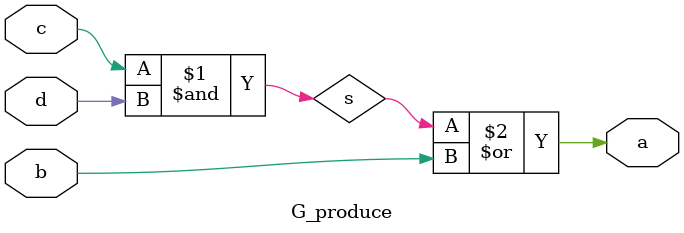
<source format=v>
`timescale 1ns / 1ps

module G_produce
    (   output a,
        input  b,c,d
    );
    wire s;
    and   A1(s,c,d);
    or    O1(a,s,b);
endmodule

</source>
